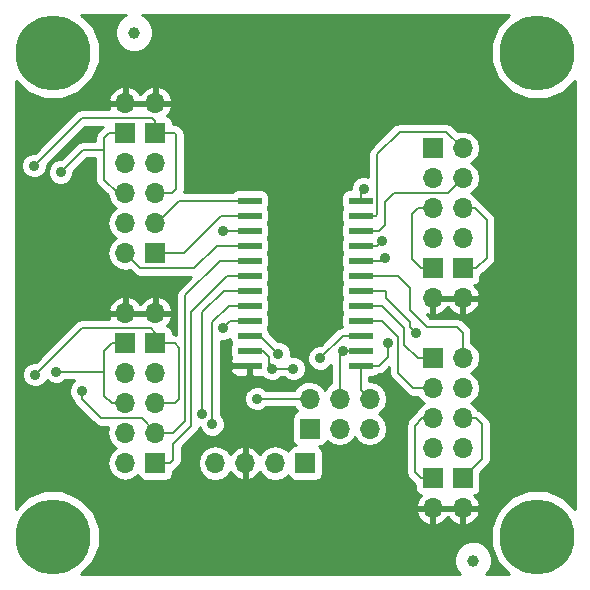
<source format=gbr>
G04 #@! TF.FileFunction,Copper,L1,Top,Signal*
%FSLAX46Y46*%
G04 Gerber Fmt 4.6, Leading zero omitted, Abs format (unit mm)*
G04 Created by KiCad (PCBNEW (after 2015-mar-04 BZR unknown)-product) date 1/17/2017 1:07:12 PM*
%MOMM*%
G01*
G04 APERTURE LIST*
%ADD10C,0.150000*%
%ADD11C,1.000000*%
%ADD12C,6.350000*%
%ADD13R,1.700000X1.700000*%
%ADD14O,1.700000X1.700000*%
%ADD15R,2.000000X0.600000*%
%ADD16C,0.889000*%
%ADD17C,0.203200*%
%ADD18C,0.254000*%
G04 APERTURE END LIST*
D10*
D11*
X194564000Y-127000000D03*
X165862000Y-82296000D03*
D12*
X159000000Y-84000000D03*
X200000000Y-84000000D03*
X159000000Y-125000000D03*
X200000000Y-125000000D03*
D13*
X180340000Y-118745000D03*
D14*
X177800000Y-118745000D03*
X175260000Y-118745000D03*
X172720000Y-118745000D03*
D13*
X191135000Y-109855000D03*
D14*
X193675000Y-109855000D03*
X191135000Y-112395000D03*
X193675000Y-112395000D03*
X191135000Y-114935000D03*
X193675000Y-114935000D03*
X191135000Y-117475000D03*
X193675000Y-117475000D03*
D13*
X191135000Y-92075000D03*
D14*
X193675000Y-92075000D03*
X191135000Y-94615000D03*
X193675000Y-94615000D03*
X191135000Y-97155000D03*
X193675000Y-97155000D03*
X191135000Y-99695000D03*
X193675000Y-99695000D03*
D13*
X167640000Y-100965000D03*
D14*
X165100000Y-100965000D03*
X167640000Y-98425000D03*
X165100000Y-98425000D03*
X167640000Y-95885000D03*
X165100000Y-95885000D03*
X167640000Y-93345000D03*
X165100000Y-93345000D03*
D13*
X167640000Y-118745000D03*
D14*
X165100000Y-118745000D03*
X167640000Y-116205000D03*
X165100000Y-116205000D03*
X167640000Y-113665000D03*
X165100000Y-113665000D03*
X167640000Y-111125000D03*
X165100000Y-111125000D03*
D13*
X191135000Y-120015000D03*
D14*
X191135000Y-122555000D03*
D13*
X193675000Y-120015000D03*
D14*
X193675000Y-122555000D03*
D13*
X191135000Y-102235000D03*
D14*
X191135000Y-104775000D03*
D13*
X193675000Y-102235000D03*
D14*
X193675000Y-104775000D03*
D13*
X167640000Y-90805000D03*
D14*
X167640000Y-88265000D03*
D13*
X165100000Y-90805000D03*
D14*
X165100000Y-88265000D03*
D13*
X167640000Y-108585000D03*
D14*
X167640000Y-106045000D03*
D13*
X165100000Y-108585000D03*
D14*
X165100000Y-106045000D03*
D15*
X185040000Y-110490000D03*
X185040000Y-109220000D03*
X185040000Y-107950000D03*
X185040000Y-106680000D03*
X185040000Y-105410000D03*
X185040000Y-104140000D03*
X185040000Y-102870000D03*
X185040000Y-101600000D03*
X185040000Y-100330000D03*
X185040000Y-99060000D03*
X185040000Y-97790000D03*
X185040000Y-96520000D03*
X175640000Y-96520000D03*
X175640000Y-97790000D03*
X175640000Y-99060000D03*
X175640000Y-100330000D03*
X175640000Y-101600000D03*
X175640000Y-102870000D03*
X175640000Y-104140000D03*
X175640000Y-105410000D03*
X175640000Y-106680000D03*
X175640000Y-107950000D03*
X175640000Y-109220000D03*
X175640000Y-110490000D03*
D13*
X180721000Y-115824000D03*
D14*
X180721000Y-113284000D03*
X183261000Y-115824000D03*
X183261000Y-113284000D03*
X185801000Y-115824000D03*
X185801000Y-113284000D03*
D16*
X185293000Y-95504000D03*
X189738000Y-107696000D03*
X187071000Y-101346000D03*
X186817000Y-99949000D03*
X179705000Y-102235000D03*
X176149000Y-92583000D03*
X178054000Y-109474000D03*
X179324000Y-110744000D03*
X177546000Y-110744000D03*
X173355000Y-99060000D03*
X172466000Y-115443000D03*
X161417000Y-112649000D03*
X171577000Y-114554000D03*
X157400000Y-93552000D03*
X159639000Y-94107000D03*
X157480000Y-111252000D03*
X159258000Y-110998000D03*
X181610000Y-109855000D03*
X173355000Y-107315000D03*
X176276000Y-113284000D03*
X183515000Y-109220000D03*
X187325000Y-108585000D03*
D17*
X185040000Y-95757000D02*
X185293000Y-95504000D01*
X185040000Y-96520000D02*
X185040000Y-95757000D01*
X186817000Y-106680000D02*
X188214000Y-108077000D01*
X188214000Y-108077000D02*
X188214000Y-111125000D01*
X188214000Y-111125000D02*
X189484000Y-112395000D01*
X189484000Y-112395000D02*
X191135000Y-112395000D01*
X185040000Y-106680000D02*
X186817000Y-106680000D01*
X186817000Y-105410000D02*
X188722000Y-107315000D01*
X185040000Y-105410000D02*
X186817000Y-105410000D01*
X189865000Y-109855000D02*
X188722000Y-108712000D01*
X188722000Y-108712000D02*
X188722000Y-107315000D01*
X191135000Y-109855000D02*
X189865000Y-109855000D01*
X185040000Y-104140000D02*
X187198000Y-104140000D01*
X187198000Y-104775000D02*
X187198000Y-104140000D01*
X189230000Y-106807000D02*
X187198000Y-104775000D01*
X189230000Y-107188000D02*
X189230000Y-106807000D01*
X189738000Y-107696000D02*
X189230000Y-107188000D01*
X188214000Y-102870000D02*
X189230000Y-103886000D01*
X189230000Y-103886000D02*
X189230000Y-105791000D01*
X189230000Y-105791000D02*
X190627000Y-107188000D01*
X190627000Y-107188000D02*
X193167000Y-107188000D01*
X193167000Y-107188000D02*
X193675000Y-107696000D01*
X185040000Y-102870000D02*
X188214000Y-102870000D01*
X193675000Y-109855000D02*
X193675000Y-107696000D01*
X186944000Y-101600000D02*
X187071000Y-101473000D01*
X187071000Y-101473000D02*
X187071000Y-101346000D01*
X185040000Y-101600000D02*
X186944000Y-101600000D01*
X186436000Y-100330000D02*
X186817000Y-99949000D01*
X185040000Y-100330000D02*
X186436000Y-100330000D01*
X186563000Y-99060000D02*
X187071000Y-98552000D01*
X185040000Y-99060000D02*
X186563000Y-99060000D01*
X192405000Y-95885000D02*
X193675000Y-94615000D01*
X187833000Y-95885000D02*
X187071000Y-96647000D01*
X187071000Y-96647000D02*
X187071000Y-98552000D01*
X192405000Y-95885000D02*
X187833000Y-95885000D01*
X186309000Y-97790000D02*
X186436000Y-97663000D01*
X186436000Y-97663000D02*
X186436000Y-92583000D01*
X186436000Y-92583000D02*
X188341000Y-90678000D01*
X188341000Y-90678000D02*
X192278000Y-90678000D01*
X192278000Y-90678000D02*
X193675000Y-92075000D01*
X185040000Y-97790000D02*
X186309000Y-97790000D01*
X176530000Y-107950000D02*
X178054000Y-109474000D01*
X175640000Y-107950000D02*
X176530000Y-107950000D01*
X177292000Y-110236000D02*
X177800000Y-110744000D01*
X177800000Y-110744000D02*
X179324000Y-110744000D01*
X177292000Y-109728000D02*
X177292000Y-110236000D01*
X176784000Y-109220000D02*
X177292000Y-109728000D01*
X175640000Y-109220000D02*
X176784000Y-109220000D01*
X177546000Y-110744000D02*
X177292000Y-110490000D01*
X177292000Y-110490000D02*
X177292000Y-109728000D01*
X173228000Y-97790000D02*
X170053000Y-100965000D01*
X170053000Y-100965000D02*
X167640000Y-100965000D01*
X175640000Y-97790000D02*
X173228000Y-97790000D01*
X165354000Y-101219000D02*
X165100000Y-100965000D01*
X172847000Y-100330000D02*
X170942000Y-102235000D01*
X170942000Y-102235000D02*
X166370000Y-102235000D01*
X166370000Y-102235000D02*
X165100000Y-100965000D01*
X175640000Y-100330000D02*
X172847000Y-100330000D01*
X169672000Y-96520000D02*
X175640000Y-96520000D01*
X167767000Y-98425000D02*
X169672000Y-96520000D01*
X167640000Y-98425000D02*
X167767000Y-98425000D01*
X175640000Y-99060000D02*
X173355000Y-99060000D01*
X167640000Y-118745000D02*
X168910000Y-118745000D01*
X169164000Y-117094000D02*
X170688000Y-115570000D01*
X169164000Y-118491000D02*
X169164000Y-117094000D01*
X168910000Y-118745000D02*
X169164000Y-118491000D01*
X173736000Y-102870000D02*
X170688000Y-105918000D01*
X175640000Y-102870000D02*
X173736000Y-102870000D01*
X170688000Y-105918000D02*
X170688000Y-115570000D01*
X173863000Y-105410000D02*
X172466000Y-106807000D01*
X175640000Y-105410000D02*
X173863000Y-105410000D01*
X172466000Y-106807000D02*
X172466000Y-115443000D01*
X173101000Y-101600000D02*
X170180000Y-104521000D01*
X170180000Y-104521000D02*
X170180000Y-115189000D01*
X170180000Y-115189000D02*
X169164000Y-116205000D01*
X169164000Y-116205000D02*
X167640000Y-116205000D01*
X175640000Y-101600000D02*
X173101000Y-101600000D01*
X166497000Y-114935000D02*
X163068000Y-114935000D01*
X163068000Y-114935000D02*
X161417000Y-113284000D01*
X161417000Y-113284000D02*
X161417000Y-112649000D01*
X167640000Y-116078000D02*
X166497000Y-114935000D01*
X167640000Y-116205000D02*
X167640000Y-116078000D01*
X173431202Y-104140000D02*
X171577000Y-105994202D01*
X171577000Y-105994202D02*
X171577000Y-114554000D01*
X175640000Y-104140000D02*
X173431202Y-104140000D01*
X190246000Y-114935000D02*
X189611000Y-115570000D01*
X189611000Y-115570000D02*
X189611000Y-119507000D01*
X189611000Y-119507000D02*
X190119000Y-120015000D01*
X190119000Y-120015000D02*
X191135000Y-120015000D01*
X191135000Y-114935000D02*
X190246000Y-114935000D01*
X194818000Y-114935000D02*
X195326000Y-115443000D01*
X195326000Y-115443000D02*
X195326000Y-118364000D01*
X195326000Y-118364000D02*
X193675000Y-120015000D01*
X193675000Y-114935000D02*
X194818000Y-114935000D01*
X189865000Y-97155000D02*
X189357000Y-97663000D01*
X189357000Y-97663000D02*
X189357000Y-101473000D01*
X189357000Y-101473000D02*
X190119000Y-102235000D01*
X190119000Y-102235000D02*
X191135000Y-102235000D01*
X191135000Y-97155000D02*
X189865000Y-97155000D01*
X194691000Y-97155000D02*
X195707000Y-98171000D01*
X195707000Y-98171000D02*
X195707000Y-101346000D01*
X195707000Y-101346000D02*
X194818000Y-102235000D01*
X194818000Y-102235000D02*
X193675000Y-102235000D01*
X193675000Y-97155000D02*
X194691000Y-97155000D01*
X167640000Y-89789000D02*
X167640000Y-90805000D01*
X167386000Y-89535000D02*
X167640000Y-89789000D01*
X161417000Y-89535000D02*
X167386000Y-89535000D01*
X157400000Y-93552000D02*
X161417000Y-89535000D01*
X169037000Y-95885000D02*
X169418000Y-95504000D01*
X169418000Y-95504000D02*
X169418000Y-90932000D01*
X169418000Y-90932000D02*
X169291000Y-90805000D01*
X169291000Y-90805000D02*
X167640000Y-90805000D01*
X167640000Y-95885000D02*
X169037000Y-95885000D01*
X161544000Y-92202000D02*
X163322000Y-92202000D01*
X159639000Y-94107000D02*
X161544000Y-92202000D01*
X165100000Y-95885000D02*
X165735000Y-95885000D01*
X163322000Y-91186000D02*
X163703000Y-90805000D01*
X163703000Y-90805000D02*
X165100000Y-90805000D01*
X163322000Y-92202000D02*
X163322000Y-91186000D01*
X163322000Y-94742000D02*
X163322000Y-92202000D01*
X164465000Y-95885000D02*
X163322000Y-94742000D01*
X165100000Y-95885000D02*
X164465000Y-95885000D01*
X167640000Y-107696000D02*
X167640000Y-108585000D01*
X167259000Y-107315000D02*
X167640000Y-107696000D01*
X161417000Y-107315000D02*
X167259000Y-107315000D01*
X157480000Y-111252000D02*
X161417000Y-107315000D01*
X169291000Y-108585000D02*
X167640000Y-108585000D01*
X167640000Y-113665000D02*
X169291000Y-113665000D01*
X169291000Y-113665000D02*
X169672000Y-113284000D01*
X169672000Y-113284000D02*
X169672000Y-108966000D01*
X169672000Y-108966000D02*
X169291000Y-108585000D01*
X163957000Y-113665000D02*
X163322000Y-113030000D01*
X163957000Y-113665000D02*
X165100000Y-113665000D01*
X163322000Y-113030000D02*
X163957000Y-113665000D01*
X163322000Y-110998000D02*
X163322000Y-113030000D01*
X163322000Y-109220000D02*
X163322000Y-110998000D01*
X163957000Y-108585000D02*
X163322000Y-109220000D01*
X165100000Y-108585000D02*
X163957000Y-108585000D01*
X159258000Y-110998000D02*
X163322000Y-110998000D01*
X181610000Y-109855000D02*
X183515000Y-107950000D01*
X183515000Y-107950000D02*
X185040000Y-107950000D01*
X173990000Y-106680000D02*
X173355000Y-107315000D01*
X175640000Y-106680000D02*
X173990000Y-106680000D01*
X180721000Y-113284000D02*
X176276000Y-113284000D01*
X185040000Y-109220000D02*
X183515000Y-109220000D01*
X183261000Y-109474000D02*
X183515000Y-109220000D01*
X183261000Y-113284000D02*
X183261000Y-109474000D01*
X186563000Y-110490000D02*
X187325000Y-109728000D01*
X187325000Y-109728000D02*
X187325000Y-108585000D01*
X185040000Y-110490000D02*
X186563000Y-110490000D01*
X185040000Y-112523000D02*
X185801000Y-113284000D01*
X185040000Y-110490000D02*
X185040000Y-112523000D01*
D18*
G36*
X203174500Y-122607421D02*
X202233043Y-121664320D01*
X200786553Y-121063685D01*
X199220318Y-121062318D01*
X197772782Y-121660428D01*
X196664320Y-122766957D01*
X196443600Y-123298509D01*
X196443600Y-101346000D01*
X196443600Y-98171000D01*
X196387530Y-97889115D01*
X196227855Y-97650145D01*
X195211855Y-96634145D01*
X195023774Y-96508473D01*
X194754147Y-96104946D01*
X194424973Y-95884999D01*
X194754147Y-95665054D01*
X195076054Y-95183285D01*
X195189093Y-94615000D01*
X195076054Y-94046715D01*
X194754147Y-93564946D01*
X194424973Y-93344999D01*
X194754147Y-93125054D01*
X195076054Y-92643285D01*
X195189093Y-92075000D01*
X195076054Y-91506715D01*
X194754147Y-91024946D01*
X194272378Y-90703039D01*
X193704093Y-90590000D01*
X193645907Y-90590000D01*
X193300429Y-90658719D01*
X192798855Y-90157145D01*
X192559885Y-89997470D01*
X192278000Y-89941400D01*
X188341000Y-89941400D01*
X188059115Y-89997470D01*
X187820145Y-90157145D01*
X185915145Y-92062145D01*
X185755470Y-92301115D01*
X185699400Y-92583000D01*
X185699400Y-94503886D01*
X185508668Y-94424687D01*
X185079216Y-94424313D01*
X184682311Y-94588311D01*
X184378378Y-94891714D01*
X184213687Y-95288332D01*
X184213439Y-95572560D01*
X184040000Y-95572560D01*
X183797877Y-95619537D01*
X183585073Y-95759327D01*
X183442623Y-95970360D01*
X183392560Y-96220000D01*
X183392560Y-96820000D01*
X183439537Y-97062123D01*
X183500396Y-97154770D01*
X183442623Y-97240360D01*
X183392560Y-97490000D01*
X183392560Y-98090000D01*
X183439537Y-98332123D01*
X183500396Y-98424770D01*
X183442623Y-98510360D01*
X183392560Y-98760000D01*
X183392560Y-99360000D01*
X183439537Y-99602123D01*
X183500396Y-99694770D01*
X183442623Y-99780360D01*
X183392560Y-100030000D01*
X183392560Y-100630000D01*
X183439537Y-100872123D01*
X183500396Y-100964770D01*
X183442623Y-101050360D01*
X183392560Y-101300000D01*
X183392560Y-101900000D01*
X183439537Y-102142123D01*
X183500396Y-102234770D01*
X183442623Y-102320360D01*
X183392560Y-102570000D01*
X183392560Y-103170000D01*
X183439537Y-103412123D01*
X183500396Y-103504770D01*
X183442623Y-103590360D01*
X183392560Y-103840000D01*
X183392560Y-104440000D01*
X183439537Y-104682123D01*
X183500396Y-104774770D01*
X183442623Y-104860360D01*
X183392560Y-105110000D01*
X183392560Y-105710000D01*
X183439537Y-105952123D01*
X183500396Y-106044770D01*
X183442623Y-106130360D01*
X183392560Y-106380000D01*
X183392560Y-106980000D01*
X183439537Y-107222123D01*
X183443189Y-107227683D01*
X183233115Y-107269470D01*
X182994145Y-107429145D01*
X181647757Y-108775532D01*
X181396216Y-108775313D01*
X180999311Y-108939311D01*
X180695378Y-109242714D01*
X180530687Y-109639332D01*
X180530313Y-110068784D01*
X180694311Y-110465689D01*
X180997714Y-110769622D01*
X181394332Y-110934313D01*
X181823784Y-110934687D01*
X182220689Y-110770689D01*
X182524400Y-110467507D01*
X182524400Y-111995410D01*
X182210946Y-112204853D01*
X181991000Y-112534026D01*
X181771054Y-112204853D01*
X181289285Y-111882946D01*
X180721000Y-111769907D01*
X180403687Y-111833024D01*
X180403687Y-110530216D01*
X180239689Y-110133311D01*
X179936286Y-109829378D01*
X179539668Y-109664687D01*
X179133335Y-109664333D01*
X179133687Y-109260216D01*
X178969689Y-108863311D01*
X178666286Y-108559378D01*
X178269668Y-108394687D01*
X178016176Y-108394466D01*
X177287440Y-107665730D01*
X177287440Y-107650000D01*
X177240463Y-107407877D01*
X177179603Y-107315229D01*
X177237377Y-107229640D01*
X177287440Y-106980000D01*
X177287440Y-106380000D01*
X177240463Y-106137877D01*
X177179603Y-106045229D01*
X177237377Y-105959640D01*
X177287440Y-105710000D01*
X177287440Y-105110000D01*
X177240463Y-104867877D01*
X177179603Y-104775229D01*
X177237377Y-104689640D01*
X177287440Y-104440000D01*
X177287440Y-103840000D01*
X177240463Y-103597877D01*
X177179603Y-103505229D01*
X177237377Y-103419640D01*
X177287440Y-103170000D01*
X177287440Y-102570000D01*
X177240463Y-102327877D01*
X177179603Y-102235229D01*
X177237377Y-102149640D01*
X177287440Y-101900000D01*
X177287440Y-101300000D01*
X177240463Y-101057877D01*
X177179603Y-100965229D01*
X177237377Y-100879640D01*
X177287440Y-100630000D01*
X177287440Y-100030000D01*
X177240463Y-99787877D01*
X177179603Y-99695229D01*
X177237377Y-99609640D01*
X177287440Y-99360000D01*
X177287440Y-98760000D01*
X177240463Y-98517877D01*
X177179603Y-98425229D01*
X177237377Y-98339640D01*
X177287440Y-98090000D01*
X177287440Y-97490000D01*
X177240463Y-97247877D01*
X177179603Y-97155229D01*
X177237377Y-97069640D01*
X177287440Y-96820000D01*
X177287440Y-96220000D01*
X177240463Y-95977877D01*
X177100673Y-95765073D01*
X176889640Y-95622623D01*
X176640000Y-95572560D01*
X174640000Y-95572560D01*
X174397877Y-95619537D01*
X174185073Y-95759327D01*
X174168823Y-95783400D01*
X170099024Y-95783400D01*
X170154600Y-95504000D01*
X170154600Y-90932000D01*
X170098530Y-90650115D01*
X169938855Y-90411145D01*
X169811855Y-90284145D01*
X169572885Y-90124470D01*
X169291000Y-90068400D01*
X169137440Y-90068400D01*
X169137440Y-89955000D01*
X169090463Y-89712877D01*
X168950673Y-89500073D01*
X168739640Y-89357623D01*
X168634110Y-89336460D01*
X168911645Y-89031924D01*
X169081476Y-88621890D01*
X169081476Y-87908110D01*
X168911645Y-87498076D01*
X168521358Y-87069817D01*
X167996892Y-86823514D01*
X167767000Y-86944181D01*
X167767000Y-88138000D01*
X168960155Y-88138000D01*
X169081476Y-87908110D01*
X169081476Y-88621890D01*
X168960155Y-88392000D01*
X167767000Y-88392000D01*
X167767000Y-88412000D01*
X167513000Y-88412000D01*
X167513000Y-88392000D01*
X167513000Y-88138000D01*
X167513000Y-86944181D01*
X167283108Y-86823514D01*
X166758642Y-87069817D01*
X166370000Y-87496270D01*
X165981358Y-87069817D01*
X165456892Y-86823514D01*
X165227000Y-86944181D01*
X165227000Y-88138000D01*
X166319845Y-88138000D01*
X166420155Y-88138000D01*
X167513000Y-88138000D01*
X167513000Y-88392000D01*
X166420155Y-88392000D01*
X166319845Y-88392000D01*
X165227000Y-88392000D01*
X165227000Y-88412000D01*
X164973000Y-88412000D01*
X164973000Y-88392000D01*
X164973000Y-88138000D01*
X164973000Y-86944181D01*
X164743108Y-86823514D01*
X164218642Y-87069817D01*
X163828355Y-87498076D01*
X163658524Y-87908110D01*
X163779845Y-88138000D01*
X164973000Y-88138000D01*
X164973000Y-88392000D01*
X163779845Y-88392000D01*
X163658524Y-88621890D01*
X163731632Y-88798400D01*
X161417000Y-88798400D01*
X161135115Y-88854470D01*
X160896145Y-89014145D01*
X157437757Y-92472532D01*
X157186216Y-92472313D01*
X156789311Y-92636311D01*
X156485378Y-92939714D01*
X156320687Y-93336332D01*
X156320313Y-93765784D01*
X156484311Y-94162689D01*
X156787714Y-94466622D01*
X157184332Y-94631313D01*
X157613784Y-94631687D01*
X158010689Y-94467689D01*
X158314622Y-94164286D01*
X158479313Y-93767668D01*
X158479533Y-93514176D01*
X161722110Y-90271600D01*
X163200919Y-90271600D01*
X163182145Y-90284145D01*
X162801145Y-90665145D01*
X162641470Y-90904115D01*
X162585400Y-91186000D01*
X162585400Y-91465400D01*
X161544000Y-91465400D01*
X161262115Y-91521470D01*
X161023145Y-91681145D01*
X159676757Y-93027532D01*
X159425216Y-93027313D01*
X159028311Y-93191311D01*
X158724378Y-93494714D01*
X158559687Y-93891332D01*
X158559313Y-94320784D01*
X158723311Y-94717689D01*
X159026714Y-95021622D01*
X159423332Y-95186313D01*
X159852784Y-95186687D01*
X160249689Y-95022689D01*
X160553622Y-94719286D01*
X160718313Y-94322668D01*
X160718533Y-94069176D01*
X161849110Y-92938600D01*
X162585400Y-92938600D01*
X162585400Y-94742000D01*
X162641470Y-95023885D01*
X162801145Y-95262855D01*
X163626285Y-96087995D01*
X163698946Y-96453285D01*
X164020853Y-96935054D01*
X164350026Y-97155000D01*
X164020853Y-97374946D01*
X163698946Y-97856715D01*
X163585907Y-98425000D01*
X163698946Y-98993285D01*
X164020853Y-99475054D01*
X164350026Y-99695000D01*
X164020853Y-99914946D01*
X163698946Y-100396715D01*
X163585907Y-100965000D01*
X163698946Y-101533285D01*
X164020853Y-102015054D01*
X164502622Y-102336961D01*
X165070907Y-102450000D01*
X165129093Y-102450000D01*
X165474570Y-102381280D01*
X165849145Y-102755855D01*
X166088115Y-102915530D01*
X166370000Y-102971600D01*
X170687690Y-102971600D01*
X169659145Y-104000145D01*
X169499470Y-104239115D01*
X169443400Y-104521000D01*
X169443400Y-107878714D01*
X169291000Y-107848400D01*
X169137440Y-107848400D01*
X169137440Y-107735000D01*
X169090463Y-107492877D01*
X168950673Y-107280073D01*
X168739640Y-107137623D01*
X168634110Y-107116460D01*
X168911645Y-106811924D01*
X169081476Y-106401890D01*
X169081476Y-105688110D01*
X168911645Y-105278076D01*
X168521358Y-104849817D01*
X167996892Y-104603514D01*
X167767000Y-104724181D01*
X167767000Y-105918000D01*
X168960155Y-105918000D01*
X169081476Y-105688110D01*
X169081476Y-106401890D01*
X168960155Y-106172000D01*
X167767000Y-106172000D01*
X167767000Y-106192000D01*
X167513000Y-106192000D01*
X167513000Y-106172000D01*
X167513000Y-105918000D01*
X167513000Y-104724181D01*
X167283108Y-104603514D01*
X166758642Y-104849817D01*
X166370000Y-105276270D01*
X165981358Y-104849817D01*
X165456892Y-104603514D01*
X165227000Y-104724181D01*
X165227000Y-105918000D01*
X166319845Y-105918000D01*
X166420155Y-105918000D01*
X167513000Y-105918000D01*
X167513000Y-106172000D01*
X166420155Y-106172000D01*
X166319845Y-106172000D01*
X165227000Y-106172000D01*
X165227000Y-106192000D01*
X164973000Y-106192000D01*
X164973000Y-106172000D01*
X164973000Y-105918000D01*
X164973000Y-104724181D01*
X164743108Y-104603514D01*
X164218642Y-104849817D01*
X163828355Y-105278076D01*
X163658524Y-105688110D01*
X163779845Y-105918000D01*
X164973000Y-105918000D01*
X164973000Y-106172000D01*
X163779845Y-106172000D01*
X163658524Y-106401890D01*
X163731632Y-106578400D01*
X161417000Y-106578400D01*
X161135115Y-106634470D01*
X160896145Y-106794145D01*
X157517757Y-110172532D01*
X157266216Y-110172313D01*
X156869311Y-110336311D01*
X156565378Y-110639714D01*
X156400687Y-111036332D01*
X156400313Y-111465784D01*
X156564311Y-111862689D01*
X156867714Y-112166622D01*
X157264332Y-112331313D01*
X157693784Y-112331687D01*
X158090689Y-112167689D01*
X158394622Y-111864286D01*
X158454209Y-111720783D01*
X158645714Y-111912622D01*
X159042332Y-112077313D01*
X159471784Y-112077687D01*
X159868689Y-111913689D01*
X160048090Y-111734600D01*
X160805019Y-111734600D01*
X160502378Y-112036714D01*
X160337687Y-112433332D01*
X160337313Y-112862784D01*
X160501311Y-113259689D01*
X160718925Y-113477684D01*
X160736470Y-113565885D01*
X160896145Y-113804855D01*
X162547145Y-115455855D01*
X162786115Y-115615530D01*
X162786116Y-115615530D01*
X163068000Y-115671600D01*
X163692006Y-115671600D01*
X163585907Y-116205000D01*
X163698946Y-116773285D01*
X164020853Y-117255054D01*
X164350026Y-117475000D01*
X164020853Y-117694946D01*
X163698946Y-118176715D01*
X163585907Y-118745000D01*
X163698946Y-119313285D01*
X164020853Y-119795054D01*
X164502622Y-120116961D01*
X165070907Y-120230000D01*
X165129093Y-120230000D01*
X165697378Y-120116961D01*
X166179147Y-119795054D01*
X166180873Y-119792470D01*
X166189537Y-119837123D01*
X166329327Y-120049927D01*
X166540360Y-120192377D01*
X166790000Y-120242440D01*
X168490000Y-120242440D01*
X168732123Y-120195463D01*
X168944927Y-120055673D01*
X169087377Y-119844640D01*
X169137440Y-119595000D01*
X169137440Y-119436359D01*
X169191885Y-119425530D01*
X169430855Y-119265855D01*
X169684855Y-119011855D01*
X169844530Y-118772885D01*
X169900600Y-118491000D01*
X169900600Y-117399110D01*
X171208855Y-116090855D01*
X171368530Y-115851885D01*
X171400505Y-115691132D01*
X171550311Y-116053689D01*
X171853714Y-116357622D01*
X172250332Y-116522313D01*
X172679784Y-116522687D01*
X173076689Y-116358689D01*
X173380622Y-116055286D01*
X173545313Y-115658668D01*
X173545687Y-115229216D01*
X173381689Y-114832311D01*
X173202600Y-114652909D01*
X173202600Y-108394368D01*
X173568784Y-108394687D01*
X173965689Y-108230689D01*
X173992560Y-108203864D01*
X173992560Y-108250000D01*
X174039537Y-108492123D01*
X174100396Y-108584770D01*
X174042623Y-108670360D01*
X173992560Y-108920000D01*
X173992560Y-109520000D01*
X174039537Y-109762123D01*
X174094963Y-109846499D01*
X174005000Y-110063690D01*
X174005000Y-110204250D01*
X174163750Y-110363000D01*
X175513000Y-110363000D01*
X175513000Y-110343000D01*
X175767000Y-110343000D01*
X175767000Y-110363000D01*
X175787000Y-110363000D01*
X175787000Y-110617000D01*
X175767000Y-110617000D01*
X175767000Y-111266250D01*
X175925750Y-111425000D01*
X176700499Y-111425000D01*
X176933714Y-111658622D01*
X177330332Y-111823313D01*
X177759784Y-111823687D01*
X178156689Y-111659689D01*
X178336090Y-111480600D01*
X178534002Y-111480600D01*
X178711714Y-111658622D01*
X179108332Y-111823313D01*
X179537784Y-111823687D01*
X179934689Y-111659689D01*
X180238622Y-111356286D01*
X180403313Y-110959668D01*
X180403687Y-110530216D01*
X180403687Y-111833024D01*
X180152715Y-111882946D01*
X179670946Y-112204853D01*
X179442063Y-112547400D01*
X177065997Y-112547400D01*
X176888286Y-112369378D01*
X176491668Y-112204687D01*
X176062216Y-112204313D01*
X175665311Y-112368311D01*
X175513000Y-112520356D01*
X175513000Y-111266250D01*
X175513000Y-110617000D01*
X174163750Y-110617000D01*
X174005000Y-110775750D01*
X174005000Y-110916310D01*
X174101673Y-111149699D01*
X174280302Y-111328327D01*
X174513691Y-111425000D01*
X175354250Y-111425000D01*
X175513000Y-111266250D01*
X175513000Y-112520356D01*
X175361378Y-112671714D01*
X175196687Y-113068332D01*
X175196313Y-113497784D01*
X175360311Y-113894689D01*
X175663714Y-114198622D01*
X176060332Y-114363313D01*
X176489784Y-114363687D01*
X176886689Y-114199689D01*
X177066090Y-114020600D01*
X179442063Y-114020600D01*
X179670946Y-114363147D01*
X179673529Y-114364873D01*
X179628877Y-114373537D01*
X179416073Y-114513327D01*
X179273623Y-114724360D01*
X179223560Y-114974000D01*
X179223560Y-116674000D01*
X179270537Y-116916123D01*
X179410327Y-117128927D01*
X179586076Y-117247560D01*
X179490000Y-117247560D01*
X179247877Y-117294537D01*
X179035073Y-117434327D01*
X178892623Y-117645360D01*
X178879635Y-117710124D01*
X178850054Y-117665853D01*
X178368285Y-117343946D01*
X177800000Y-117230907D01*
X177231715Y-117343946D01*
X176749946Y-117665853D01*
X176522297Y-118006553D01*
X176455183Y-117863642D01*
X176026924Y-117473355D01*
X175616890Y-117303524D01*
X175387000Y-117424845D01*
X175387000Y-118618000D01*
X175407000Y-118618000D01*
X175407000Y-118872000D01*
X175387000Y-118872000D01*
X175387000Y-120065155D01*
X175616890Y-120186476D01*
X176026924Y-120016645D01*
X176455183Y-119626358D01*
X176522297Y-119483446D01*
X176749946Y-119824147D01*
X177231715Y-120146054D01*
X177800000Y-120259093D01*
X178368285Y-120146054D01*
X178850054Y-119824147D01*
X178878701Y-119781273D01*
X178889537Y-119837123D01*
X179029327Y-120049927D01*
X179240360Y-120192377D01*
X179490000Y-120242440D01*
X181190000Y-120242440D01*
X181432123Y-120195463D01*
X181644927Y-120055673D01*
X181787377Y-119844640D01*
X181837440Y-119595000D01*
X181837440Y-117895000D01*
X181790463Y-117652877D01*
X181650673Y-117440073D01*
X181474923Y-117321440D01*
X181571000Y-117321440D01*
X181813123Y-117274463D01*
X182025927Y-117134673D01*
X182168377Y-116923640D01*
X182181364Y-116858875D01*
X182210946Y-116903147D01*
X182692715Y-117225054D01*
X183261000Y-117338093D01*
X183829285Y-117225054D01*
X184311054Y-116903147D01*
X184531000Y-116573973D01*
X184750946Y-116903147D01*
X185232715Y-117225054D01*
X185801000Y-117338093D01*
X186369285Y-117225054D01*
X186851054Y-116903147D01*
X187172961Y-116421378D01*
X187286000Y-115853093D01*
X187286000Y-115794907D01*
X187172961Y-115226622D01*
X186851054Y-114744853D01*
X186565421Y-114554000D01*
X186851054Y-114363147D01*
X187172961Y-113881378D01*
X187286000Y-113313093D01*
X187286000Y-113254907D01*
X187172961Y-112686622D01*
X186851054Y-112204853D01*
X186369285Y-111882946D01*
X185801000Y-111769907D01*
X185776600Y-111774760D01*
X185776600Y-111437440D01*
X186040000Y-111437440D01*
X186282123Y-111390463D01*
X186494927Y-111250673D01*
X186511176Y-111226600D01*
X186563000Y-111226600D01*
X186844885Y-111170530D01*
X187083855Y-111010855D01*
X187477400Y-110617310D01*
X187477400Y-111125000D01*
X187533470Y-111406885D01*
X187693145Y-111645855D01*
X188963145Y-112915855D01*
X189202115Y-113075530D01*
X189484000Y-113131600D01*
X189846410Y-113131600D01*
X190055853Y-113445054D01*
X190385026Y-113665000D01*
X190055853Y-113884946D01*
X189733946Y-114366715D01*
X189724354Y-114414935D01*
X189090145Y-115049145D01*
X188930470Y-115288115D01*
X188874400Y-115570000D01*
X188874400Y-119507000D01*
X188930470Y-119788885D01*
X189090145Y-120027855D01*
X189598145Y-120535855D01*
X189637560Y-120562191D01*
X189637560Y-120865000D01*
X189684537Y-121107123D01*
X189824327Y-121319927D01*
X190035360Y-121462377D01*
X190140889Y-121483539D01*
X189863355Y-121788076D01*
X189693524Y-122198110D01*
X189814845Y-122428000D01*
X191008000Y-122428000D01*
X191008000Y-122408000D01*
X191262000Y-122408000D01*
X191262000Y-122428000D01*
X192354845Y-122428000D01*
X192455155Y-122428000D01*
X193548000Y-122428000D01*
X193548000Y-122408000D01*
X193802000Y-122408000D01*
X193802000Y-122428000D01*
X194995155Y-122428000D01*
X195116476Y-122198110D01*
X194946645Y-121788076D01*
X194669838Y-121484338D01*
X194767123Y-121465463D01*
X194979927Y-121325673D01*
X195122377Y-121114640D01*
X195172440Y-120865000D01*
X195172440Y-119559270D01*
X195846855Y-118884855D01*
X196006530Y-118645885D01*
X196006530Y-118645884D01*
X196062600Y-118364000D01*
X196062600Y-115443000D01*
X196006530Y-115161115D01*
X195846855Y-114922145D01*
X195338855Y-114414145D01*
X195099885Y-114254470D01*
X194985905Y-114231798D01*
X194754147Y-113884946D01*
X194424973Y-113664999D01*
X194754147Y-113445054D01*
X195076054Y-112963285D01*
X195189093Y-112395000D01*
X195076054Y-111826715D01*
X194754147Y-111344946D01*
X194424973Y-111124999D01*
X194754147Y-110905054D01*
X195076054Y-110423285D01*
X195189093Y-109855000D01*
X195116476Y-109489929D01*
X195116476Y-105131890D01*
X194995155Y-104902000D01*
X193802000Y-104902000D01*
X193802000Y-106095819D01*
X194031892Y-106216486D01*
X194556358Y-105970183D01*
X194946645Y-105541924D01*
X195116476Y-105131890D01*
X195116476Y-109489929D01*
X195076054Y-109286715D01*
X194754147Y-108804946D01*
X194411600Y-108576063D01*
X194411600Y-107696000D01*
X194355530Y-107414115D01*
X194195855Y-107175145D01*
X193687855Y-106667145D01*
X193548000Y-106573696D01*
X193548000Y-106095819D01*
X193548000Y-104902000D01*
X192455155Y-104902000D01*
X192354845Y-104902000D01*
X191262000Y-104902000D01*
X191262000Y-106095819D01*
X191491892Y-106216486D01*
X192016358Y-105970183D01*
X192405000Y-105543729D01*
X192793642Y-105970183D01*
X193318108Y-106216486D01*
X193548000Y-106095819D01*
X193548000Y-106573696D01*
X193448885Y-106507470D01*
X193167000Y-106451400D01*
X190932110Y-106451400D01*
X190625551Y-106144841D01*
X190778108Y-106216486D01*
X191008000Y-106095819D01*
X191008000Y-104902000D01*
X190988000Y-104902000D01*
X190988000Y-104648000D01*
X191008000Y-104648000D01*
X191008000Y-104628000D01*
X191262000Y-104628000D01*
X191262000Y-104648000D01*
X192354845Y-104648000D01*
X192455155Y-104648000D01*
X193548000Y-104648000D01*
X193548000Y-104628000D01*
X193802000Y-104628000D01*
X193802000Y-104648000D01*
X194995155Y-104648000D01*
X195116476Y-104418110D01*
X194946645Y-104008076D01*
X194669838Y-103704338D01*
X194767123Y-103685463D01*
X194979927Y-103545673D01*
X195122377Y-103334640D01*
X195172440Y-103085000D01*
X195172440Y-102867050D01*
X195338855Y-102755855D01*
X196227855Y-101866855D01*
X196387530Y-101627885D01*
X196387530Y-101627884D01*
X196443600Y-101346000D01*
X196443600Y-123298509D01*
X196063685Y-124213447D01*
X196062318Y-125779682D01*
X196660428Y-127227218D01*
X197606058Y-128174500D01*
X195690384Y-128174500D01*
X195942499Y-127922825D01*
X196190717Y-127325050D01*
X196191282Y-126677789D01*
X195944108Y-126079582D01*
X195486825Y-125621501D01*
X195116476Y-125467718D01*
X195116476Y-122911890D01*
X194995155Y-122682000D01*
X193802000Y-122682000D01*
X193802000Y-123875819D01*
X194031892Y-123996486D01*
X194556358Y-123750183D01*
X194946645Y-123321924D01*
X195116476Y-122911890D01*
X195116476Y-125467718D01*
X194889050Y-125373283D01*
X194241789Y-125372718D01*
X193643582Y-125619892D01*
X193548000Y-125715307D01*
X193548000Y-123875819D01*
X193548000Y-122682000D01*
X192455155Y-122682000D01*
X192354845Y-122682000D01*
X191262000Y-122682000D01*
X191262000Y-123875819D01*
X191491892Y-123996486D01*
X192016358Y-123750183D01*
X192405000Y-123323729D01*
X192793642Y-123750183D01*
X193318108Y-123996486D01*
X193548000Y-123875819D01*
X193548000Y-125715307D01*
X193185501Y-126077175D01*
X192937283Y-126674950D01*
X192936718Y-127322211D01*
X193183892Y-127920418D01*
X193437531Y-128174500D01*
X191008000Y-128174500D01*
X191008000Y-123875819D01*
X191008000Y-122682000D01*
X189814845Y-122682000D01*
X189693524Y-122911890D01*
X189863355Y-123321924D01*
X190253642Y-123750183D01*
X190778108Y-123996486D01*
X191008000Y-123875819D01*
X191008000Y-128174500D01*
X175133000Y-128174500D01*
X175133000Y-120065155D01*
X175133000Y-118872000D01*
X175113000Y-118872000D01*
X175113000Y-118618000D01*
X175133000Y-118618000D01*
X175133000Y-117424845D01*
X174903110Y-117303524D01*
X174493076Y-117473355D01*
X174064817Y-117863642D01*
X173997702Y-118006553D01*
X173770054Y-117665853D01*
X173288285Y-117343946D01*
X172720000Y-117230907D01*
X172151715Y-117343946D01*
X171669946Y-117665853D01*
X171348039Y-118147622D01*
X171235000Y-118715907D01*
X171235000Y-118774093D01*
X171348039Y-119342378D01*
X171669946Y-119824147D01*
X172151715Y-120146054D01*
X172720000Y-120259093D01*
X173288285Y-120146054D01*
X173770054Y-119824147D01*
X173997702Y-119483446D01*
X174064817Y-119626358D01*
X174493076Y-120016645D01*
X174903110Y-120186476D01*
X175133000Y-120065155D01*
X175133000Y-128174500D01*
X161392578Y-128174500D01*
X162335680Y-127233043D01*
X162936315Y-125786553D01*
X162937682Y-124220318D01*
X162339572Y-122772782D01*
X161233043Y-121664320D01*
X159786553Y-121063685D01*
X158220318Y-121062318D01*
X156772782Y-121660428D01*
X155825500Y-122606058D01*
X155825500Y-86392578D01*
X156766957Y-87335680D01*
X158213447Y-87936315D01*
X159779682Y-87937682D01*
X161227218Y-87339572D01*
X162335680Y-86233043D01*
X162936315Y-84786553D01*
X162937682Y-83220318D01*
X162339572Y-81772782D01*
X161393941Y-80825500D01*
X165160347Y-80825500D01*
X164941582Y-80915892D01*
X164483501Y-81373175D01*
X164235283Y-81970950D01*
X164234718Y-82618211D01*
X164481892Y-83216418D01*
X164939175Y-83674499D01*
X165536950Y-83922717D01*
X166184211Y-83923282D01*
X166782418Y-83676108D01*
X167240499Y-83218825D01*
X167488717Y-82621050D01*
X167489282Y-81973789D01*
X167242108Y-81375582D01*
X166784825Y-80917501D01*
X166563262Y-80825500D01*
X197607421Y-80825500D01*
X196664320Y-81766957D01*
X196063685Y-83213447D01*
X196062318Y-84779682D01*
X196660428Y-86227218D01*
X197766957Y-87335680D01*
X199213447Y-87936315D01*
X200779682Y-87937682D01*
X202227218Y-87339572D01*
X203174500Y-86393941D01*
X203174500Y-122607421D01*
X203174500Y-122607421D01*
G37*
X203174500Y-122607421D02*
X202233043Y-121664320D01*
X200786553Y-121063685D01*
X199220318Y-121062318D01*
X197772782Y-121660428D01*
X196664320Y-122766957D01*
X196443600Y-123298509D01*
X196443600Y-101346000D01*
X196443600Y-98171000D01*
X196387530Y-97889115D01*
X196227855Y-97650145D01*
X195211855Y-96634145D01*
X195023774Y-96508473D01*
X194754147Y-96104946D01*
X194424973Y-95884999D01*
X194754147Y-95665054D01*
X195076054Y-95183285D01*
X195189093Y-94615000D01*
X195076054Y-94046715D01*
X194754147Y-93564946D01*
X194424973Y-93344999D01*
X194754147Y-93125054D01*
X195076054Y-92643285D01*
X195189093Y-92075000D01*
X195076054Y-91506715D01*
X194754147Y-91024946D01*
X194272378Y-90703039D01*
X193704093Y-90590000D01*
X193645907Y-90590000D01*
X193300429Y-90658719D01*
X192798855Y-90157145D01*
X192559885Y-89997470D01*
X192278000Y-89941400D01*
X188341000Y-89941400D01*
X188059115Y-89997470D01*
X187820145Y-90157145D01*
X185915145Y-92062145D01*
X185755470Y-92301115D01*
X185699400Y-92583000D01*
X185699400Y-94503886D01*
X185508668Y-94424687D01*
X185079216Y-94424313D01*
X184682311Y-94588311D01*
X184378378Y-94891714D01*
X184213687Y-95288332D01*
X184213439Y-95572560D01*
X184040000Y-95572560D01*
X183797877Y-95619537D01*
X183585073Y-95759327D01*
X183442623Y-95970360D01*
X183392560Y-96220000D01*
X183392560Y-96820000D01*
X183439537Y-97062123D01*
X183500396Y-97154770D01*
X183442623Y-97240360D01*
X183392560Y-97490000D01*
X183392560Y-98090000D01*
X183439537Y-98332123D01*
X183500396Y-98424770D01*
X183442623Y-98510360D01*
X183392560Y-98760000D01*
X183392560Y-99360000D01*
X183439537Y-99602123D01*
X183500396Y-99694770D01*
X183442623Y-99780360D01*
X183392560Y-100030000D01*
X183392560Y-100630000D01*
X183439537Y-100872123D01*
X183500396Y-100964770D01*
X183442623Y-101050360D01*
X183392560Y-101300000D01*
X183392560Y-101900000D01*
X183439537Y-102142123D01*
X183500396Y-102234770D01*
X183442623Y-102320360D01*
X183392560Y-102570000D01*
X183392560Y-103170000D01*
X183439537Y-103412123D01*
X183500396Y-103504770D01*
X183442623Y-103590360D01*
X183392560Y-103840000D01*
X183392560Y-104440000D01*
X183439537Y-104682123D01*
X183500396Y-104774770D01*
X183442623Y-104860360D01*
X183392560Y-105110000D01*
X183392560Y-105710000D01*
X183439537Y-105952123D01*
X183500396Y-106044770D01*
X183442623Y-106130360D01*
X183392560Y-106380000D01*
X183392560Y-106980000D01*
X183439537Y-107222123D01*
X183443189Y-107227683D01*
X183233115Y-107269470D01*
X182994145Y-107429145D01*
X181647757Y-108775532D01*
X181396216Y-108775313D01*
X180999311Y-108939311D01*
X180695378Y-109242714D01*
X180530687Y-109639332D01*
X180530313Y-110068784D01*
X180694311Y-110465689D01*
X180997714Y-110769622D01*
X181394332Y-110934313D01*
X181823784Y-110934687D01*
X182220689Y-110770689D01*
X182524400Y-110467507D01*
X182524400Y-111995410D01*
X182210946Y-112204853D01*
X181991000Y-112534026D01*
X181771054Y-112204853D01*
X181289285Y-111882946D01*
X180721000Y-111769907D01*
X180403687Y-111833024D01*
X180403687Y-110530216D01*
X180239689Y-110133311D01*
X179936286Y-109829378D01*
X179539668Y-109664687D01*
X179133335Y-109664333D01*
X179133687Y-109260216D01*
X178969689Y-108863311D01*
X178666286Y-108559378D01*
X178269668Y-108394687D01*
X178016176Y-108394466D01*
X177287440Y-107665730D01*
X177287440Y-107650000D01*
X177240463Y-107407877D01*
X177179603Y-107315229D01*
X177237377Y-107229640D01*
X177287440Y-106980000D01*
X177287440Y-106380000D01*
X177240463Y-106137877D01*
X177179603Y-106045229D01*
X177237377Y-105959640D01*
X177287440Y-105710000D01*
X177287440Y-105110000D01*
X177240463Y-104867877D01*
X177179603Y-104775229D01*
X177237377Y-104689640D01*
X177287440Y-104440000D01*
X177287440Y-103840000D01*
X177240463Y-103597877D01*
X177179603Y-103505229D01*
X177237377Y-103419640D01*
X177287440Y-103170000D01*
X177287440Y-102570000D01*
X177240463Y-102327877D01*
X177179603Y-102235229D01*
X177237377Y-102149640D01*
X177287440Y-101900000D01*
X177287440Y-101300000D01*
X177240463Y-101057877D01*
X177179603Y-100965229D01*
X177237377Y-100879640D01*
X177287440Y-100630000D01*
X177287440Y-100030000D01*
X177240463Y-99787877D01*
X177179603Y-99695229D01*
X177237377Y-99609640D01*
X177287440Y-99360000D01*
X177287440Y-98760000D01*
X177240463Y-98517877D01*
X177179603Y-98425229D01*
X177237377Y-98339640D01*
X177287440Y-98090000D01*
X177287440Y-97490000D01*
X177240463Y-97247877D01*
X177179603Y-97155229D01*
X177237377Y-97069640D01*
X177287440Y-96820000D01*
X177287440Y-96220000D01*
X177240463Y-95977877D01*
X177100673Y-95765073D01*
X176889640Y-95622623D01*
X176640000Y-95572560D01*
X174640000Y-95572560D01*
X174397877Y-95619537D01*
X174185073Y-95759327D01*
X174168823Y-95783400D01*
X170099024Y-95783400D01*
X170154600Y-95504000D01*
X170154600Y-90932000D01*
X170098530Y-90650115D01*
X169938855Y-90411145D01*
X169811855Y-90284145D01*
X169572885Y-90124470D01*
X169291000Y-90068400D01*
X169137440Y-90068400D01*
X169137440Y-89955000D01*
X169090463Y-89712877D01*
X168950673Y-89500073D01*
X168739640Y-89357623D01*
X168634110Y-89336460D01*
X168911645Y-89031924D01*
X169081476Y-88621890D01*
X169081476Y-87908110D01*
X168911645Y-87498076D01*
X168521358Y-87069817D01*
X167996892Y-86823514D01*
X167767000Y-86944181D01*
X167767000Y-88138000D01*
X168960155Y-88138000D01*
X169081476Y-87908110D01*
X169081476Y-88621890D01*
X168960155Y-88392000D01*
X167767000Y-88392000D01*
X167767000Y-88412000D01*
X167513000Y-88412000D01*
X167513000Y-88392000D01*
X167513000Y-88138000D01*
X167513000Y-86944181D01*
X167283108Y-86823514D01*
X166758642Y-87069817D01*
X166370000Y-87496270D01*
X165981358Y-87069817D01*
X165456892Y-86823514D01*
X165227000Y-86944181D01*
X165227000Y-88138000D01*
X166319845Y-88138000D01*
X166420155Y-88138000D01*
X167513000Y-88138000D01*
X167513000Y-88392000D01*
X166420155Y-88392000D01*
X166319845Y-88392000D01*
X165227000Y-88392000D01*
X165227000Y-88412000D01*
X164973000Y-88412000D01*
X164973000Y-88392000D01*
X164973000Y-88138000D01*
X164973000Y-86944181D01*
X164743108Y-86823514D01*
X164218642Y-87069817D01*
X163828355Y-87498076D01*
X163658524Y-87908110D01*
X163779845Y-88138000D01*
X164973000Y-88138000D01*
X164973000Y-88392000D01*
X163779845Y-88392000D01*
X163658524Y-88621890D01*
X163731632Y-88798400D01*
X161417000Y-88798400D01*
X161135115Y-88854470D01*
X160896145Y-89014145D01*
X157437757Y-92472532D01*
X157186216Y-92472313D01*
X156789311Y-92636311D01*
X156485378Y-92939714D01*
X156320687Y-93336332D01*
X156320313Y-93765784D01*
X156484311Y-94162689D01*
X156787714Y-94466622D01*
X157184332Y-94631313D01*
X157613784Y-94631687D01*
X158010689Y-94467689D01*
X158314622Y-94164286D01*
X158479313Y-93767668D01*
X158479533Y-93514176D01*
X161722110Y-90271600D01*
X163200919Y-90271600D01*
X163182145Y-90284145D01*
X162801145Y-90665145D01*
X162641470Y-90904115D01*
X162585400Y-91186000D01*
X162585400Y-91465400D01*
X161544000Y-91465400D01*
X161262115Y-91521470D01*
X161023145Y-91681145D01*
X159676757Y-93027532D01*
X159425216Y-93027313D01*
X159028311Y-93191311D01*
X158724378Y-93494714D01*
X158559687Y-93891332D01*
X158559313Y-94320784D01*
X158723311Y-94717689D01*
X159026714Y-95021622D01*
X159423332Y-95186313D01*
X159852784Y-95186687D01*
X160249689Y-95022689D01*
X160553622Y-94719286D01*
X160718313Y-94322668D01*
X160718533Y-94069176D01*
X161849110Y-92938600D01*
X162585400Y-92938600D01*
X162585400Y-94742000D01*
X162641470Y-95023885D01*
X162801145Y-95262855D01*
X163626285Y-96087995D01*
X163698946Y-96453285D01*
X164020853Y-96935054D01*
X164350026Y-97155000D01*
X164020853Y-97374946D01*
X163698946Y-97856715D01*
X163585907Y-98425000D01*
X163698946Y-98993285D01*
X164020853Y-99475054D01*
X164350026Y-99695000D01*
X164020853Y-99914946D01*
X163698946Y-100396715D01*
X163585907Y-100965000D01*
X163698946Y-101533285D01*
X164020853Y-102015054D01*
X164502622Y-102336961D01*
X165070907Y-102450000D01*
X165129093Y-102450000D01*
X165474570Y-102381280D01*
X165849145Y-102755855D01*
X166088115Y-102915530D01*
X166370000Y-102971600D01*
X170687690Y-102971600D01*
X169659145Y-104000145D01*
X169499470Y-104239115D01*
X169443400Y-104521000D01*
X169443400Y-107878714D01*
X169291000Y-107848400D01*
X169137440Y-107848400D01*
X169137440Y-107735000D01*
X169090463Y-107492877D01*
X168950673Y-107280073D01*
X168739640Y-107137623D01*
X168634110Y-107116460D01*
X168911645Y-106811924D01*
X169081476Y-106401890D01*
X169081476Y-105688110D01*
X168911645Y-105278076D01*
X168521358Y-104849817D01*
X167996892Y-104603514D01*
X167767000Y-104724181D01*
X167767000Y-105918000D01*
X168960155Y-105918000D01*
X169081476Y-105688110D01*
X169081476Y-106401890D01*
X168960155Y-106172000D01*
X167767000Y-106172000D01*
X167767000Y-106192000D01*
X167513000Y-106192000D01*
X167513000Y-106172000D01*
X167513000Y-105918000D01*
X167513000Y-104724181D01*
X167283108Y-104603514D01*
X166758642Y-104849817D01*
X166370000Y-105276270D01*
X165981358Y-104849817D01*
X165456892Y-104603514D01*
X165227000Y-104724181D01*
X165227000Y-105918000D01*
X166319845Y-105918000D01*
X166420155Y-105918000D01*
X167513000Y-105918000D01*
X167513000Y-106172000D01*
X166420155Y-106172000D01*
X166319845Y-106172000D01*
X165227000Y-106172000D01*
X165227000Y-106192000D01*
X164973000Y-106192000D01*
X164973000Y-106172000D01*
X164973000Y-105918000D01*
X164973000Y-104724181D01*
X164743108Y-104603514D01*
X164218642Y-104849817D01*
X163828355Y-105278076D01*
X163658524Y-105688110D01*
X163779845Y-105918000D01*
X164973000Y-105918000D01*
X164973000Y-106172000D01*
X163779845Y-106172000D01*
X163658524Y-106401890D01*
X163731632Y-106578400D01*
X161417000Y-106578400D01*
X161135115Y-106634470D01*
X160896145Y-106794145D01*
X157517757Y-110172532D01*
X157266216Y-110172313D01*
X156869311Y-110336311D01*
X156565378Y-110639714D01*
X156400687Y-111036332D01*
X156400313Y-111465784D01*
X156564311Y-111862689D01*
X156867714Y-112166622D01*
X157264332Y-112331313D01*
X157693784Y-112331687D01*
X158090689Y-112167689D01*
X158394622Y-111864286D01*
X158454209Y-111720783D01*
X158645714Y-111912622D01*
X159042332Y-112077313D01*
X159471784Y-112077687D01*
X159868689Y-111913689D01*
X160048090Y-111734600D01*
X160805019Y-111734600D01*
X160502378Y-112036714D01*
X160337687Y-112433332D01*
X160337313Y-112862784D01*
X160501311Y-113259689D01*
X160718925Y-113477684D01*
X160736470Y-113565885D01*
X160896145Y-113804855D01*
X162547145Y-115455855D01*
X162786115Y-115615530D01*
X162786116Y-115615530D01*
X163068000Y-115671600D01*
X163692006Y-115671600D01*
X163585907Y-116205000D01*
X163698946Y-116773285D01*
X164020853Y-117255054D01*
X164350026Y-117475000D01*
X164020853Y-117694946D01*
X163698946Y-118176715D01*
X163585907Y-118745000D01*
X163698946Y-119313285D01*
X164020853Y-119795054D01*
X164502622Y-120116961D01*
X165070907Y-120230000D01*
X165129093Y-120230000D01*
X165697378Y-120116961D01*
X166179147Y-119795054D01*
X166180873Y-119792470D01*
X166189537Y-119837123D01*
X166329327Y-120049927D01*
X166540360Y-120192377D01*
X166790000Y-120242440D01*
X168490000Y-120242440D01*
X168732123Y-120195463D01*
X168944927Y-120055673D01*
X169087377Y-119844640D01*
X169137440Y-119595000D01*
X169137440Y-119436359D01*
X169191885Y-119425530D01*
X169430855Y-119265855D01*
X169684855Y-119011855D01*
X169844530Y-118772885D01*
X169900600Y-118491000D01*
X169900600Y-117399110D01*
X171208855Y-116090855D01*
X171368530Y-115851885D01*
X171400505Y-115691132D01*
X171550311Y-116053689D01*
X171853714Y-116357622D01*
X172250332Y-116522313D01*
X172679784Y-116522687D01*
X173076689Y-116358689D01*
X173380622Y-116055286D01*
X173545313Y-115658668D01*
X173545687Y-115229216D01*
X173381689Y-114832311D01*
X173202600Y-114652909D01*
X173202600Y-108394368D01*
X173568784Y-108394687D01*
X173965689Y-108230689D01*
X173992560Y-108203864D01*
X173992560Y-108250000D01*
X174039537Y-108492123D01*
X174100396Y-108584770D01*
X174042623Y-108670360D01*
X173992560Y-108920000D01*
X173992560Y-109520000D01*
X174039537Y-109762123D01*
X174094963Y-109846499D01*
X174005000Y-110063690D01*
X174005000Y-110204250D01*
X174163750Y-110363000D01*
X175513000Y-110363000D01*
X175513000Y-110343000D01*
X175767000Y-110343000D01*
X175767000Y-110363000D01*
X175787000Y-110363000D01*
X175787000Y-110617000D01*
X175767000Y-110617000D01*
X175767000Y-111266250D01*
X175925750Y-111425000D01*
X176700499Y-111425000D01*
X176933714Y-111658622D01*
X177330332Y-111823313D01*
X177759784Y-111823687D01*
X178156689Y-111659689D01*
X178336090Y-111480600D01*
X178534002Y-111480600D01*
X178711714Y-111658622D01*
X179108332Y-111823313D01*
X179537784Y-111823687D01*
X179934689Y-111659689D01*
X180238622Y-111356286D01*
X180403313Y-110959668D01*
X180403687Y-110530216D01*
X180403687Y-111833024D01*
X180152715Y-111882946D01*
X179670946Y-112204853D01*
X179442063Y-112547400D01*
X177065997Y-112547400D01*
X176888286Y-112369378D01*
X176491668Y-112204687D01*
X176062216Y-112204313D01*
X175665311Y-112368311D01*
X175513000Y-112520356D01*
X175513000Y-111266250D01*
X175513000Y-110617000D01*
X174163750Y-110617000D01*
X174005000Y-110775750D01*
X174005000Y-110916310D01*
X174101673Y-111149699D01*
X174280302Y-111328327D01*
X174513691Y-111425000D01*
X175354250Y-111425000D01*
X175513000Y-111266250D01*
X175513000Y-112520356D01*
X175361378Y-112671714D01*
X175196687Y-113068332D01*
X175196313Y-113497784D01*
X175360311Y-113894689D01*
X175663714Y-114198622D01*
X176060332Y-114363313D01*
X176489784Y-114363687D01*
X176886689Y-114199689D01*
X177066090Y-114020600D01*
X179442063Y-114020600D01*
X179670946Y-114363147D01*
X179673529Y-114364873D01*
X179628877Y-114373537D01*
X179416073Y-114513327D01*
X179273623Y-114724360D01*
X179223560Y-114974000D01*
X179223560Y-116674000D01*
X179270537Y-116916123D01*
X179410327Y-117128927D01*
X179586076Y-117247560D01*
X179490000Y-117247560D01*
X179247877Y-117294537D01*
X179035073Y-117434327D01*
X178892623Y-117645360D01*
X178879635Y-117710124D01*
X178850054Y-117665853D01*
X178368285Y-117343946D01*
X177800000Y-117230907D01*
X177231715Y-117343946D01*
X176749946Y-117665853D01*
X176522297Y-118006553D01*
X176455183Y-117863642D01*
X176026924Y-117473355D01*
X175616890Y-117303524D01*
X175387000Y-117424845D01*
X175387000Y-118618000D01*
X175407000Y-118618000D01*
X175407000Y-118872000D01*
X175387000Y-118872000D01*
X175387000Y-120065155D01*
X175616890Y-120186476D01*
X176026924Y-120016645D01*
X176455183Y-119626358D01*
X176522297Y-119483446D01*
X176749946Y-119824147D01*
X177231715Y-120146054D01*
X177800000Y-120259093D01*
X178368285Y-120146054D01*
X178850054Y-119824147D01*
X178878701Y-119781273D01*
X178889537Y-119837123D01*
X179029327Y-120049927D01*
X179240360Y-120192377D01*
X179490000Y-120242440D01*
X181190000Y-120242440D01*
X181432123Y-120195463D01*
X181644927Y-120055673D01*
X181787377Y-119844640D01*
X181837440Y-119595000D01*
X181837440Y-117895000D01*
X181790463Y-117652877D01*
X181650673Y-117440073D01*
X181474923Y-117321440D01*
X181571000Y-117321440D01*
X181813123Y-117274463D01*
X182025927Y-117134673D01*
X182168377Y-116923640D01*
X182181364Y-116858875D01*
X182210946Y-116903147D01*
X182692715Y-117225054D01*
X183261000Y-117338093D01*
X183829285Y-117225054D01*
X184311054Y-116903147D01*
X184531000Y-116573973D01*
X184750946Y-116903147D01*
X185232715Y-117225054D01*
X185801000Y-117338093D01*
X186369285Y-117225054D01*
X186851054Y-116903147D01*
X187172961Y-116421378D01*
X187286000Y-115853093D01*
X187286000Y-115794907D01*
X187172961Y-115226622D01*
X186851054Y-114744853D01*
X186565421Y-114554000D01*
X186851054Y-114363147D01*
X187172961Y-113881378D01*
X187286000Y-113313093D01*
X187286000Y-113254907D01*
X187172961Y-112686622D01*
X186851054Y-112204853D01*
X186369285Y-111882946D01*
X185801000Y-111769907D01*
X185776600Y-111774760D01*
X185776600Y-111437440D01*
X186040000Y-111437440D01*
X186282123Y-111390463D01*
X186494927Y-111250673D01*
X186511176Y-111226600D01*
X186563000Y-111226600D01*
X186844885Y-111170530D01*
X187083855Y-111010855D01*
X187477400Y-110617310D01*
X187477400Y-111125000D01*
X187533470Y-111406885D01*
X187693145Y-111645855D01*
X188963145Y-112915855D01*
X189202115Y-113075530D01*
X189484000Y-113131600D01*
X189846410Y-113131600D01*
X190055853Y-113445054D01*
X190385026Y-113665000D01*
X190055853Y-113884946D01*
X189733946Y-114366715D01*
X189724354Y-114414935D01*
X189090145Y-115049145D01*
X188930470Y-115288115D01*
X188874400Y-115570000D01*
X188874400Y-119507000D01*
X188930470Y-119788885D01*
X189090145Y-120027855D01*
X189598145Y-120535855D01*
X189637560Y-120562191D01*
X189637560Y-120865000D01*
X189684537Y-121107123D01*
X189824327Y-121319927D01*
X190035360Y-121462377D01*
X190140889Y-121483539D01*
X189863355Y-121788076D01*
X189693524Y-122198110D01*
X189814845Y-122428000D01*
X191008000Y-122428000D01*
X191008000Y-122408000D01*
X191262000Y-122408000D01*
X191262000Y-122428000D01*
X192354845Y-122428000D01*
X192455155Y-122428000D01*
X193548000Y-122428000D01*
X193548000Y-122408000D01*
X193802000Y-122408000D01*
X193802000Y-122428000D01*
X194995155Y-122428000D01*
X195116476Y-122198110D01*
X194946645Y-121788076D01*
X194669838Y-121484338D01*
X194767123Y-121465463D01*
X194979927Y-121325673D01*
X195122377Y-121114640D01*
X195172440Y-120865000D01*
X195172440Y-119559270D01*
X195846855Y-118884855D01*
X196006530Y-118645885D01*
X196006530Y-118645884D01*
X196062600Y-118364000D01*
X196062600Y-115443000D01*
X196006530Y-115161115D01*
X195846855Y-114922145D01*
X195338855Y-114414145D01*
X195099885Y-114254470D01*
X194985905Y-114231798D01*
X194754147Y-113884946D01*
X194424973Y-113664999D01*
X194754147Y-113445054D01*
X195076054Y-112963285D01*
X195189093Y-112395000D01*
X195076054Y-111826715D01*
X194754147Y-111344946D01*
X194424973Y-111124999D01*
X194754147Y-110905054D01*
X195076054Y-110423285D01*
X195189093Y-109855000D01*
X195116476Y-109489929D01*
X195116476Y-105131890D01*
X194995155Y-104902000D01*
X193802000Y-104902000D01*
X193802000Y-106095819D01*
X194031892Y-106216486D01*
X194556358Y-105970183D01*
X194946645Y-105541924D01*
X195116476Y-105131890D01*
X195116476Y-109489929D01*
X195076054Y-109286715D01*
X194754147Y-108804946D01*
X194411600Y-108576063D01*
X194411600Y-107696000D01*
X194355530Y-107414115D01*
X194195855Y-107175145D01*
X193687855Y-106667145D01*
X193548000Y-106573696D01*
X193548000Y-106095819D01*
X193548000Y-104902000D01*
X192455155Y-104902000D01*
X192354845Y-104902000D01*
X191262000Y-104902000D01*
X191262000Y-106095819D01*
X191491892Y-106216486D01*
X192016358Y-105970183D01*
X192405000Y-105543729D01*
X192793642Y-105970183D01*
X193318108Y-106216486D01*
X193548000Y-106095819D01*
X193548000Y-106573696D01*
X193448885Y-106507470D01*
X193167000Y-106451400D01*
X190932110Y-106451400D01*
X190625551Y-106144841D01*
X190778108Y-106216486D01*
X191008000Y-106095819D01*
X191008000Y-104902000D01*
X190988000Y-104902000D01*
X190988000Y-104648000D01*
X191008000Y-104648000D01*
X191008000Y-104628000D01*
X191262000Y-104628000D01*
X191262000Y-104648000D01*
X192354845Y-104648000D01*
X192455155Y-104648000D01*
X193548000Y-104648000D01*
X193548000Y-104628000D01*
X193802000Y-104628000D01*
X193802000Y-104648000D01*
X194995155Y-104648000D01*
X195116476Y-104418110D01*
X194946645Y-104008076D01*
X194669838Y-103704338D01*
X194767123Y-103685463D01*
X194979927Y-103545673D01*
X195122377Y-103334640D01*
X195172440Y-103085000D01*
X195172440Y-102867050D01*
X195338855Y-102755855D01*
X196227855Y-101866855D01*
X196387530Y-101627885D01*
X196387530Y-101627884D01*
X196443600Y-101346000D01*
X196443600Y-123298509D01*
X196063685Y-124213447D01*
X196062318Y-125779682D01*
X196660428Y-127227218D01*
X197606058Y-128174500D01*
X195690384Y-128174500D01*
X195942499Y-127922825D01*
X196190717Y-127325050D01*
X196191282Y-126677789D01*
X195944108Y-126079582D01*
X195486825Y-125621501D01*
X195116476Y-125467718D01*
X195116476Y-122911890D01*
X194995155Y-122682000D01*
X193802000Y-122682000D01*
X193802000Y-123875819D01*
X194031892Y-123996486D01*
X194556358Y-123750183D01*
X194946645Y-123321924D01*
X195116476Y-122911890D01*
X195116476Y-125467718D01*
X194889050Y-125373283D01*
X194241789Y-125372718D01*
X193643582Y-125619892D01*
X193548000Y-125715307D01*
X193548000Y-123875819D01*
X193548000Y-122682000D01*
X192455155Y-122682000D01*
X192354845Y-122682000D01*
X191262000Y-122682000D01*
X191262000Y-123875819D01*
X191491892Y-123996486D01*
X192016358Y-123750183D01*
X192405000Y-123323729D01*
X192793642Y-123750183D01*
X193318108Y-123996486D01*
X193548000Y-123875819D01*
X193548000Y-125715307D01*
X193185501Y-126077175D01*
X192937283Y-126674950D01*
X192936718Y-127322211D01*
X193183892Y-127920418D01*
X193437531Y-128174500D01*
X191008000Y-128174500D01*
X191008000Y-123875819D01*
X191008000Y-122682000D01*
X189814845Y-122682000D01*
X189693524Y-122911890D01*
X189863355Y-123321924D01*
X190253642Y-123750183D01*
X190778108Y-123996486D01*
X191008000Y-123875819D01*
X191008000Y-128174500D01*
X175133000Y-128174500D01*
X175133000Y-120065155D01*
X175133000Y-118872000D01*
X175113000Y-118872000D01*
X175113000Y-118618000D01*
X175133000Y-118618000D01*
X175133000Y-117424845D01*
X174903110Y-117303524D01*
X174493076Y-117473355D01*
X174064817Y-117863642D01*
X173997702Y-118006553D01*
X173770054Y-117665853D01*
X173288285Y-117343946D01*
X172720000Y-117230907D01*
X172151715Y-117343946D01*
X171669946Y-117665853D01*
X171348039Y-118147622D01*
X171235000Y-118715907D01*
X171235000Y-118774093D01*
X171348039Y-119342378D01*
X171669946Y-119824147D01*
X172151715Y-120146054D01*
X172720000Y-120259093D01*
X173288285Y-120146054D01*
X173770054Y-119824147D01*
X173997702Y-119483446D01*
X174064817Y-119626358D01*
X174493076Y-120016645D01*
X174903110Y-120186476D01*
X175133000Y-120065155D01*
X175133000Y-128174500D01*
X161392578Y-128174500D01*
X162335680Y-127233043D01*
X162936315Y-125786553D01*
X162937682Y-124220318D01*
X162339572Y-122772782D01*
X161233043Y-121664320D01*
X159786553Y-121063685D01*
X158220318Y-121062318D01*
X156772782Y-121660428D01*
X155825500Y-122606058D01*
X155825500Y-86392578D01*
X156766957Y-87335680D01*
X158213447Y-87936315D01*
X159779682Y-87937682D01*
X161227218Y-87339572D01*
X162335680Y-86233043D01*
X162936315Y-84786553D01*
X162937682Y-83220318D01*
X162339572Y-81772782D01*
X161393941Y-80825500D01*
X165160347Y-80825500D01*
X164941582Y-80915892D01*
X164483501Y-81373175D01*
X164235283Y-81970950D01*
X164234718Y-82618211D01*
X164481892Y-83216418D01*
X164939175Y-83674499D01*
X165536950Y-83922717D01*
X166184211Y-83923282D01*
X166782418Y-83676108D01*
X167240499Y-83218825D01*
X167488717Y-82621050D01*
X167489282Y-81973789D01*
X167242108Y-81375582D01*
X166784825Y-80917501D01*
X166563262Y-80825500D01*
X197607421Y-80825500D01*
X196664320Y-81766957D01*
X196063685Y-83213447D01*
X196062318Y-84779682D01*
X196660428Y-86227218D01*
X197766957Y-87335680D01*
X199213447Y-87936315D01*
X200779682Y-87937682D01*
X202227218Y-87339572D01*
X203174500Y-86393941D01*
X203174500Y-122607421D01*
M02*

</source>
